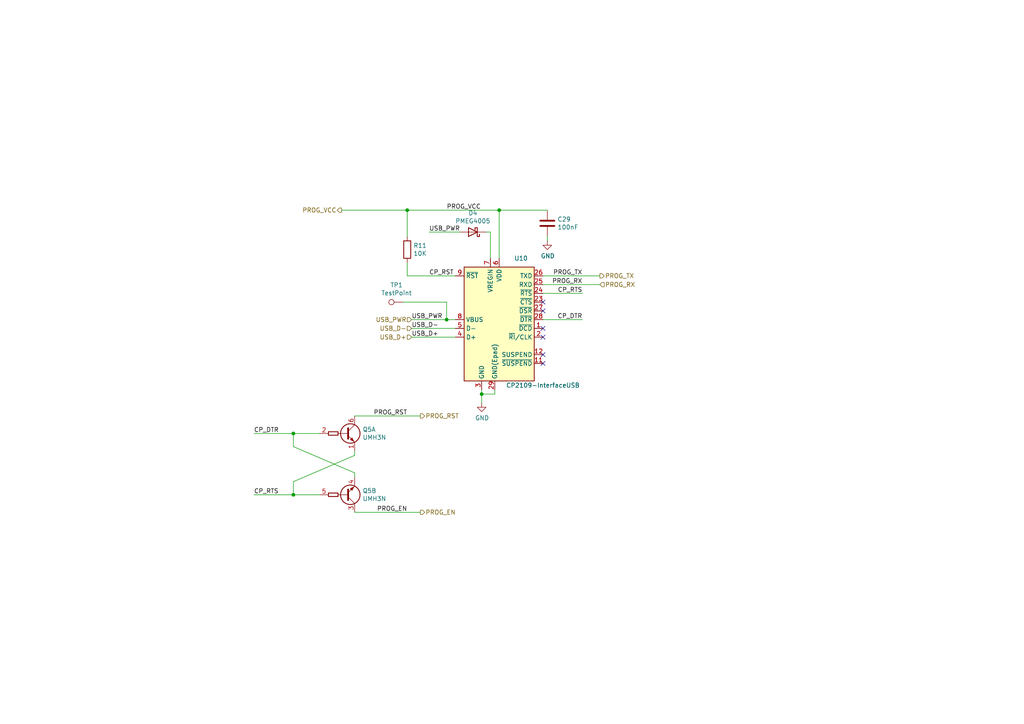
<source format=kicad_sch>
(kicad_sch (version 20211123) (generator eeschema)
  (paper "A4")
  (lib_symbols
    (symbol "Connector:TestPoint" (pin_numbers hide) (pin_names (offset 0.762) hide)
      (property "Reference" "TP" (at 0 6.858 0))
      (property "Value" "TestPoint" (at 0 5.08 0))
      (symbol "TestPoint_0_1"
        (circle (center 0 3.302) (radius 0.762))
      )
      (symbol "TestPoint_1_1"
        (pin passive line (at 0 0 90) (length 2.54) (name "1") (number "1"))
      )
    )
    (symbol "Device:C" (pin_numbers hide) (pin_names (offset 0.254))
      (property "Reference" "C" (at 0.635 2.54 0))
      (property "Value" "C" (at 0.635 -2.54 0))
      (symbol "C_0_1"
        (polyline (pts (xy -2.032 -0.762) (xy 2.032 -0.762)) (stroke (width 0.508)))
        (polyline (pts (xy -2.032 0.762) (xy 2.032 0.762)) (stroke (width 0.508)))
      )
      (symbol "C_1_1"
        (pin passive line (at 0 3.81 270) (length 2.794) (name "~") (number "1"))
        (pin passive line (at 0 -3.81 90) (length 2.794) (name "~") (number "2"))
      )
    )
    (symbol "Device:D_Schottky" (pin_numbers hide) (pin_names (offset 1.016) hide)
      (property "Reference" "D" (at 0 2.54 0))
      (property "Value" "D_Schottky" (at 0 -2.54 0))
      (symbol "D_Schottky_0_1"
        (polyline (pts (xy 1.27 0) (xy -1.27 0)))
        (polyline (pts (xy 1.27 1.27) (xy 1.27 -1.27) (xy -1.27 0) (xy 1.27 1.27)) (stroke (width 0.254)))
        (polyline (pts (xy -1.905 0.635) (xy -1.905 1.27) (xy -1.27 1.27) (xy -1.27 -1.27) (xy -0.635 -1.27) (xy -0.635 -0.635)) (stroke (width 0.254)))
      )
      (symbol "D_Schottky_1_1"
        (pin passive line (at -3.81 0 0) (length 2.54) (name "K") (number "1"))
        (pin passive line (at 3.81 0 180) (length 2.54) (name "A") (number "2"))
      )
    )
    (symbol "Device:R" (pin_numbers hide) (pin_names (offset 0))
      (property "Reference" "R" (at 2.032 0 90))
      (property "Value" "R" (at 0 0 90))
      (symbol "R_0_1"
        (rectangle (start -1.016 -2.54) (end 1.016 2.54) (stroke (width 0.254)))
      )
      (symbol "R_1_1"
        (pin passive line (at 0 3.81 270) (length 1.27) (name "~") (number "1"))
        (pin passive line (at 0 -3.81 90) (length 1.27) (name "~") (number "2"))
      )
    )
    (symbol "Interface_USB:CP2109-InterfaceUSB"
      (property "Reference" "U" (at -8.89 31.75 0))
      (property "Value" "Interface_USB_CP2109-InterfaceUSB" (at 12.7 31.75 0))
      (property "ordercode" "CP2109-Axx-xQFN28" (at 0 0 0))
      (symbol "CP2109-InterfaceUSB_0_1"
        (rectangle (start -10.16 30.48) (end 10.16 -2.54) (stroke (width 0.254)) (fill (type background)))
      )
      (symbol "CP2109-InterfaceUSB_1_1"
        (pin input line (at 12.7 12.7 180) (length 2.54) (name "~{DCD}") (number "1"))
        (pin no_connect line (at -12.7 0 0) (length 2.54) hide (name "NC") (number "10"))
        (pin output line (at 12.7 2.54 180) (length 2.54) (name "~{SUSPEND}") (number "11"))
        (pin output line (at 12.7 5.08 180) (length 2.54) (name "SUSPEND") (number "12"))
        (pin no_connect line (at -12.7 1.27 0) (length 2.54) hide (name "~") (number "13"))
        (pin no_connect line (at -12.7 -1.27 0) (length 2.54) hide (name "~") (number "14"))
        (pin no_connect line (at -12.7 7.62 0) (length 2.54) hide (name "~") (number "15"))
        (pin no_connect line (at -12.7 6.35 0) (length 2.54) hide (name "~") (number "16"))
        (pin no_connect line (at -12.7 2.54 0) (length 2.54) hide (name "~") (number "17"))
        (pin no_connect line (at -12.7 19.05 0) (length 2.54) hide (name "~") (number "18"))
        (pin no_connect line (at -12.7 20.32 0) (length 2.54) hide (name "~") (number "19"))
        (pin bidirectional line (at 12.7 10.16 180) (length 2.54) (name "~{RI}/CLK") (number "2"))
        (pin no_connect line (at -12.7 21.59 0) (length 2.54) hide (name "~") (number "20"))
        (pin no_connect line (at -12.7 5.08 0) (length 2.54) hide (name "~") (number "21"))
        (pin no_connect line (at -12.7 3.81 0) (length 2.54) hide (name "~") (number "22"))
        (pin input line (at 12.7 20.32 180) (length 2.54) (name "~{CTS}") (number "23"))
        (pin output line (at 12.7 22.86 180) (length 2.54) (name "~{RTS}") (number "24"))
        (pin input line (at 12.7 25.4 180) (length 2.54) (name "RXD") (number "25"))
        (pin output line (at 12.7 27.94 180) (length 2.54) (name "TXD") (number "26"))
        (pin input line (at 12.7 17.78 180) (length 2.54) (name "~{DSR}") (number "27"))
        (pin output line (at 12.7 15.24 180) (length 2.54) (name "~{DTR}") (number "28"))
        (pin passive line (at -1.27 -5.08 90) (length 2.54) (name "GND(Epad)") (number "29"))
        (pin power_in line (at -5.08 -5.08 90) (length 2.54) (name "GND") (number "3"))
        (pin bidirectional line (at -12.7 10.16 0) (length 2.54) (name "D+") (number "4"))
        (pin bidirectional line (at -12.7 12.7 0) (length 2.54) (name "D-") (number "5"))
        (pin power_in line (at 0 33.02 270) (length 2.54) (name "VDD") (number "6"))
        (pin power_in line (at -2.54 33.02 270) (length 2.54) (name "VREGIN") (number "7"))
        (pin input line (at -12.7 15.24 0) (length 2.54) (name "VBUS") (number "8"))
        (pin input line (at -12.7 27.94 0) (length 2.54) (name "~{RST}") (number "9"))
      )
    )
    (symbol "Transistor_BJT:UMH3N" (pin_names hide)
      (property "Reference" "Q" (at 7.62 1.27 0))
      (property "Value" "UMH3N" (at 7.62 -1.27 0))
      (symbol "UMH3N_0_1"
        (polyline (pts (xy 3.175 0) (xy 0.254 0)))
        (polyline (pts (xy 3.175 0.635) (xy 5.08 2.54)))
        (polyline (pts (xy 3.175 1.524) (xy 3.175 -1.524)) (stroke (width 0.508)))
        (polyline (pts (xy 3.175 -0.635) (xy 5.08 -2.54) (xy 5.08 -2.54)))
        (polyline (pts (xy 3.81 -1.778) (xy 4.318 -1.27) (xy 4.826 -2.286) (xy 3.81 -1.778) (xy 3.81 -1.778)) (fill (type outline)))
        (rectangle (start 0.254 0.508) (end -2.54 -0.508) (stroke (width 0.254)))
        (circle (center 3.81 0) (radius 2.8194) (stroke (width 0.254)))
      )
      (symbol "UMH3N_1_1"
        (pin passive line (at 5.08 -5.08 90) (length 2.54) (name "E1") (number "1"))
        (pin input line (at -5.08 0 0) (length 2.54) (name "B1") (number "2"))
        (pin passive line (at 5.08 5.08 270) (length 2.54) (name "C1") (number "6"))
      )
      (symbol "UMH3N_2_1"
        (pin passive line (at 5.08 5.08 270) (length 2.54) (name "C2") (number "3"))
        (pin passive line (at 5.08 -5.08 90) (length 2.54) (name "E2") (number "4"))
        (pin input line (at -5.08 0 0) (length 2.54) (name "B2") (number "5"))
      )
    )
    (symbol "power:GND" (power) (pin_names (offset 0))
      (property "Value" "GND" (at 0 -3.81 0))
      (symbol "GND_0_1"
        (polyline (pts (xy 0 0) (xy 0 -1.27) (xy 1.27 -1.27) (xy 0 -2.54) (xy -1.27 -1.27) (xy 0 -1.27)))
      )
      (symbol "GND_1_1"
        (pin power_in line (at 0 0 270) (length 0) hide (name "GND") (number "1"))
      )
    )
  )
  (junction (at 144.78 60.96))
  (junction (at 118.11 60.96))
  (junction (at 85.09 143.51))
  (junction (at 85.09 125.73))
  (junction (at 139.7 114.3))
  (junction (at 129.54 92.71))
  (no_connect (at 157.48 87.63))
  (no_connect (at 157.48 102.87))
  (no_connect (at 157.48 105.41))
  (no_connect (at 157.48 95.25))
  (no_connect (at 157.48 97.79))
  (no_connect (at 157.48 90.17))
  (wire (pts (xy 102.87 137.16) (xy 102.87 138.43)))
  (wire (pts (xy 102.87 120.65) (xy 121.92 120.65)))
  (wire (pts (xy 124.46 67.31) (xy 133.35 67.31)))
  (wire (pts (xy 158.75 60.96) (xy 144.78 60.96)))
  (wire (pts (xy 102.87 130.81) (xy 102.87 132.08)))
  (wire (pts (xy 142.24 67.31) (xy 142.24 74.93)))
  (wire (pts (xy 140.97 67.31) (xy 142.24 67.31)))
  (wire (pts (xy 129.54 87.63) (xy 129.54 92.71)))
  (wire (pts (xy 116.84 87.63) (xy 129.54 87.63)))
  (wire (pts (xy 99.06 60.96) (xy 118.11 60.96)))
  (wire (pts (xy 118.11 80.01) (xy 118.11 76.2)))
  (wire (pts (xy 119.38 97.79) (xy 132.08 97.79)))
  (wire (pts (xy 119.38 92.71) (xy 129.54 92.71)))
  (wire (pts (xy 92.71 125.73) (xy 85.09 125.73)))
  (wire (pts (xy 85.09 139.7) (xy 85.09 143.51)))
  (wire (pts (xy 85.09 129.54) (xy 102.87 137.16)))
  (wire (pts (xy 85.09 125.73) (xy 73.66 125.73)))
  (wire (pts (xy 132.08 80.01) (xy 118.11 80.01)))
  (wire (pts (xy 168.91 92.71) (xy 157.48 92.71)))
  (wire (pts (xy 157.48 80.01) (xy 173.99 80.01)))
  (wire (pts (xy 102.87 148.59) (xy 121.92 148.59)))
  (wire (pts (xy 85.09 143.51) (xy 92.71 143.51)))
  (wire (pts (xy 73.66 143.51) (xy 85.09 143.51)))
  (wire (pts (xy 139.7 116.84) (xy 139.7 114.3)))
  (wire (pts (xy 144.78 60.96) (xy 144.78 74.93)))
  (wire (pts (xy 129.54 92.71) (xy 132.08 92.71)))
  (wire (pts (xy 118.11 60.96) (xy 118.11 68.58)))
  (wire (pts (xy 168.91 85.09) (xy 157.48 85.09)))
  (wire (pts (xy 157.48 82.55) (xy 173.99 82.55)))
  (wire (pts (xy 102.87 132.08) (xy 85.09 139.7)))
  (wire (pts (xy 139.7 114.3) (xy 139.7 113.03)))
  (wire (pts (xy 144.78 60.96) (xy 118.11 60.96)))
  (wire (pts (xy 85.09 125.73) (xy 85.09 129.54)))
  (wire (pts (xy 119.38 95.25) (xy 132.08 95.25)))
  (wire (pts (xy 158.75 69.85) (xy 158.75 68.58)))
  (wire (pts (xy 143.51 114.3) (xy 139.7 114.3)))
  (wire (pts (xy 143.51 113.03) (xy 143.51 114.3)))
  (label "CP_RTS" (at 168.91 85.09 180))
  (label "PROG_EN" (at 118.11 148.59 180))
  (label "PROG_RX" (at 168.91 82.55 180))
  (label "PROG_VCC" (at 129.54 60.96 0))
  (label "CP_DTR" (at 73.66 125.73 0))
  (label "USB_D+" (at 119.38 97.79 0))
  (label "PROG_RST" (at 118.11 120.65 180))
  (label "USB_D-" (at 119.38 95.25 0))
  (label "USB_PWR" (at 119.38 92.71 0))
  (label "CP_RST" (at 124.46 80.01 0))
  (label "PROG_TX" (at 168.91 80.01 180))
  (label "CP_RTS" (at 73.66 143.51 0))
  (label "CP_DTR" (at 168.91 92.71 180))
  (label "USB_PWR" (at 124.46 67.31 0))
  (hierarchical_label "PROG_VCC" (shape output) (at 99.06 60.96 180))
  (hierarchical_label "USB_D-" (shape input) (at 119.38 95.25 180))
  (hierarchical_label "PROG_EN" (shape output) (at 121.92 148.59 0))
  (hierarchical_label "PROG_RST" (shape output) (at 121.92 120.65 0))
  (hierarchical_label "USB_D+" (shape input) (at 119.38 97.79 180))
  (hierarchical_label "PROG_TX" (shape output) (at 173.99 80.01 0))
  (hierarchical_label "PROG_RX" (shape input) (at 173.99 82.55 0))
  (hierarchical_label "USB_PWR" (shape input) (at 119.38 92.71 180))
  (symbol (lib_id "Interface_USB:CP2109-InterfaceUSB") (at 144.78 107.95 0) (unit 1)
    (property "Reference" "U10" (at 151.13 74.93 0))
    (property "Value" "CP2109-InterfaceUSB" (at 157.48 111.76 0))
    (property "Footprint" "Package_DFN_QFN:QFN-28-1EP_5x5mm_P0.5mm_EP3.35x3.35mm" (effects hide))
    (property "ordercode" "2930584" (effects hide))
    (property "MPN" "CP2109-A01-GM" (effects hide))
    (property "Manufacturer" "Silabs" (effects hide))
    (property "supplier" "farnell" (effects hide))
  )
  (symbol (lib_id "Transistor_BJT:UMH3N") (at 97.79 125.73 0) (unit 1)
    (property "Reference" "Q5" (at 105.156 124.5616 0) (effects (justify left)))
    (property "Value" "UMH3N" (at 105.156 126.873 0) (effects (justify left)))
    (property "Footprint" "Package_TO_SOT_SMD:SOT-363_SC-70-6" (effects hide))
    (property "Datasheet" "http://rohmfs.rohm.com/en/products/databook/datasheet/discrete/transistor/digital/emh3t2r-e.pdf" (effects hide))
    (property "StockRef" "UMH3N" (effects hide))
    (property "ordercode" "1680404" (effects hide))
    (property "supplier" "farnell" (effects hide))
  )
  (symbol (lib_id "Transistor_BJT:UMH3N") (at 97.79 143.51 0) (mirror x) (unit 2)
    (property "Reference" "Q5" (at 105.156 142.3416 0) (effects (justify left)))
    (property "Value" "UMH3N" (at 105.156 144.653 0) (effects (justify left)))
    (property "Footprint" "Package_TO_SOT_SMD:SOT-363_SC-70-6" (effects hide))
    (property "Datasheet" "http://rohmfs.rohm.com/en/products/databook/datasheet/discrete/transistor/digital/emh3t2r-e.pdf" (effects hide))
    (property "StockRef" "UMH3N" (effects hide))
    (property "ordercode" "1680404" (effects hide))
    (property "supplier" "farnell" (effects hide))
  )
  (symbol (lib_id "Device:R") (at 118.11 72.39 0) (unit 1)
    (property "Reference" "R11" (at 119.888 71.2216 0) (effects (justify left)))
    (property "Value" "10K" (at 119.888 73.533 0) (effects (justify left)))
    (property "Footprint" "Resistor_SMD:R_0402_1005Metric" (effects hide))
    (property "StockRef" "R10K_0402" (effects hide))
    (property "ordercode" "2447096" (effects hide))
    (property "supplier" "farnell" (effects hide))
  )
  (symbol (lib_id "Device:C") (at 158.75 64.77 0) (unit 1)
    (property "Reference" "C29" (at 161.671 63.6016 0) (effects (justify left)))
    (property "Value" "100nF" (at 161.671 65.913 0) (effects (justify left)))
    (property "Footprint" "Capacitor_SMD:C_0402_1005Metric" (effects hide))
    (property "ordercode" "2524678" (effects hide))
    (property "supplier" "farnell" (effects hide))
  )
  (symbol (lib_id "power:GND") (at 158.75 69.85 0) (unit 1)
    (property "Reference" "#PWR0126" (effects hide))
    (property "Value" "GND" (at 158.877 74.2442 0))
  )
  (symbol (lib_id "power:GND") (at 139.7 116.84 0) (unit 1)
    (property "Reference" "#PWR0134" (effects hide))
    (property "Value" "GND" (at 139.827 121.2342 0))
  )
  (symbol (lib_id "Device:D_Schottky") (at 137.16 67.31 180) (unit 1)
    (property "Reference" "D4" (at 137.16 61.7982 0))
    (property "Value" "PMEG4005" (at 137.16 64.1096 0))
    (property "Footprint" "Diode_SMD:D_SOD-323" (effects hide))
    (property "MPN" "PMEG4005AEA, 115" (effects hide))
    (property "Manufacturer" "NEXPERIA" (effects hide))
    (property "ordercode" "8738025" (effects hide))
    (property "supplier" "farnell" (effects hide))
  )
  (symbol (lib_id "Connector:TestPoint") (at 116.84 87.63 90) (unit 1)
    (property "Reference" "TP1" (at 115.0112 82.677 90))
    (property "Value" "TestPoint" (at 115.0112 84.9884 90))
    (property "Footprint" "TestPoint:TestPoint_Pad_D1.0mm" (effects hide))
  )
)
</source>
